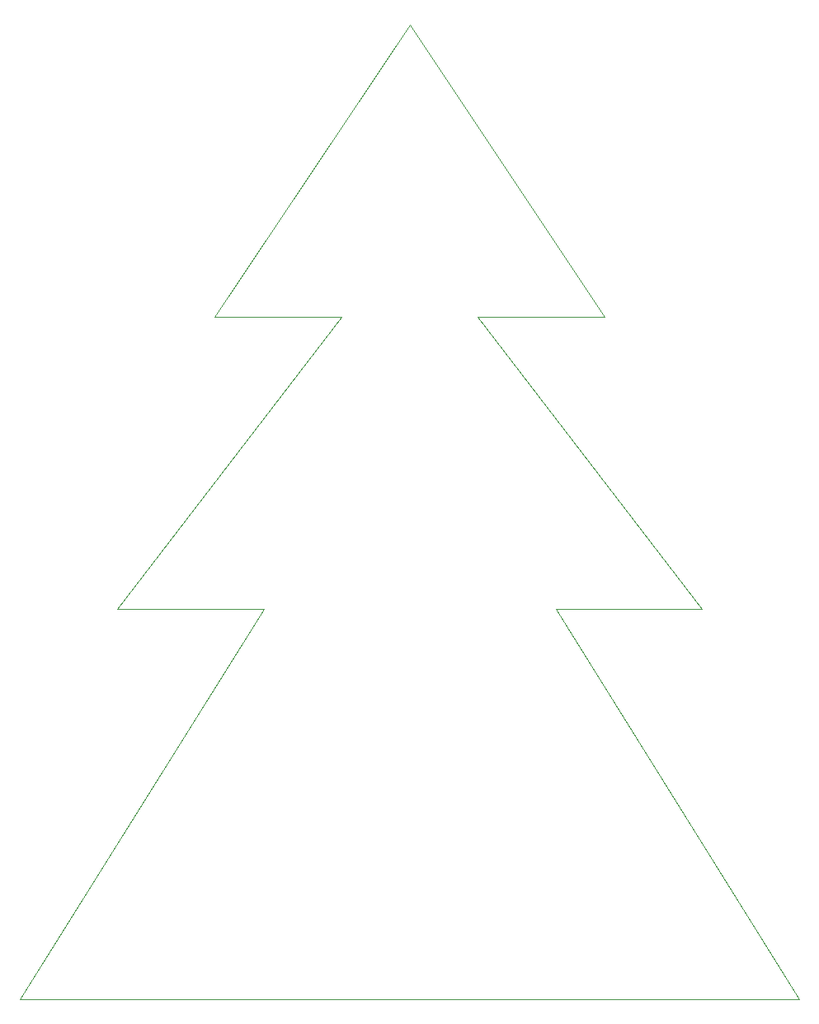
<source format=gbr>
%TF.GenerationSoftware,KiCad,Pcbnew,(6.0.9)*%
%TF.CreationDate,2023-01-09T21:04:10+01:00*%
%TF.ProjectId,christmas_tree,63687269-7374-46d6-9173-5f747265652e,rev?*%
%TF.SameCoordinates,Original*%
%TF.FileFunction,Profile,NP*%
%FSLAX46Y46*%
G04 Gerber Fmt 4.6, Leading zero omitted, Abs format (unit mm)*
G04 Created by KiCad (PCBNEW (6.0.9)) date 2023-01-09 21:04:10*
%MOMM*%
%LPD*%
G01*
G04 APERTURE LIST*
%TA.AperFunction,Profile*%
%ADD10C,0.100000*%
%TD*%
G04 APERTURE END LIST*
D10*
X202000000Y-146000000D02*
X122000000Y-146000000D01*
X162000000Y-46000000D02*
X142000000Y-76000000D01*
X182000000Y-76000000D02*
X162000000Y-46000000D01*
X177000000Y-106000000D02*
X192000000Y-106000000D01*
X147000000Y-106000000D02*
X122000000Y-146000000D01*
X202000000Y-146000000D02*
X177000000Y-106000000D01*
X169000000Y-76000000D02*
X182000000Y-76000000D01*
X155000000Y-76000000D02*
X142000000Y-76000000D01*
X147000000Y-106000000D02*
X132000000Y-106000000D01*
X192000000Y-106000000D02*
X169000000Y-76000000D01*
X155000000Y-76000000D02*
X132000000Y-106000000D01*
M02*

</source>
